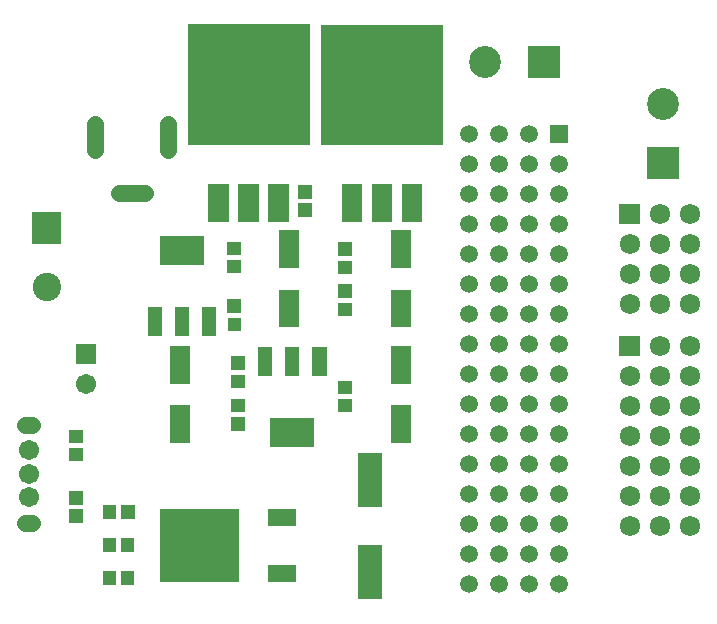
<source format=gts>
G04 Layer: TopSolderMaskLayer*
G04 EasyEDA v6.4.19.5, 2021-05-27T17:32:06+08:00*
G04 33a6c8c822a742f28e1fac3212fc467e,cef4b8211a074a3184fc3ad01c494734,10*
G04 Gerber Generator version 0.2*
G04 Scale: 100 percent, Rotated: No, Reflected: No *
G04 Dimensions in millimeters *
G04 leading zeros omitted , absolute positions ,4 integer and 5 decimal *
%FSLAX45Y45*%
%MOMM*%

%ADD44C,1.4031*%
%ADD53C,1.7232*%
%ADD55C,2.7032*%
%ADD57C,1.7032*%
%ADD59C,2.4032*%
%ADD60R,1.5032X1.5032*%
%ADD61C,1.5032*%

%LPD*%
D44*
X279941Y-1815084D02*
G01*
X219930Y-1815084D01*
X279941Y-985012D02*
G01*
X219930Y-985012D01*
X1430020Y1559836D02*
G01*
X1430020Y1339827D01*
X810005Y1559836D02*
G01*
X810005Y1339827D01*
X1010135Y979931D02*
G01*
X1230144Y979931D01*
G36*
X876554Y-1779778D02*
G01*
X876554Y-1661413D01*
X989837Y-1661413D01*
X989837Y-1779778D01*
G37*
G36*
X1030731Y-1779270D02*
G01*
X1030731Y-1660905D01*
X1144015Y-1660905D01*
X1144015Y-1779270D01*
G37*
G36*
X590295Y-1139952D02*
G01*
X590295Y-1026668D01*
X708660Y-1026668D01*
X708660Y-1139952D01*
G37*
G36*
X590804Y-1294129D02*
G01*
X590804Y-1180845D01*
X709168Y-1180845D01*
X709168Y-1294129D01*
G37*
G36*
X2531363Y776478D02*
G01*
X2531363Y889762D01*
X2649727Y889762D01*
X2649727Y776478D01*
G37*
G36*
X2530856Y930655D02*
G01*
X2530856Y1043939D01*
X2649220Y1043939D01*
X2649220Y930655D01*
G37*
G36*
X1926081Y296926D02*
G01*
X1926081Y410210D01*
X2044445Y410210D01*
X2044445Y296926D01*
G37*
G36*
X1925573Y451104D02*
G01*
X1925573Y564387D01*
X2043937Y564387D01*
X2043937Y451104D01*
G37*
G36*
X2364994Y339852D02*
G01*
X2364994Y660400D01*
X2535174Y660400D01*
X2535174Y339852D01*
G37*
G36*
X2364994Y-160528D02*
G01*
X2364994Y159765D01*
X2535174Y159765D01*
X2535174Y-160528D01*
G37*
G36*
X2866390Y291337D02*
G01*
X2866390Y404621D01*
X2984754Y404621D01*
X2984754Y291337D01*
G37*
G36*
X2865881Y445515D02*
G01*
X2865881Y558800D01*
X2984245Y558800D01*
X2984245Y445515D01*
G37*
G36*
X2866390Y-63754D02*
G01*
X2866390Y49529D01*
X2984754Y49529D01*
X2984754Y-63754D01*
G37*
G36*
X2865881Y90423D02*
G01*
X2865881Y203707D01*
X2984245Y203707D01*
X2984245Y90423D01*
G37*
G36*
X3314954Y340613D02*
G01*
X3314954Y661162D01*
X3485134Y661162D01*
X3485134Y340613D01*
G37*
G36*
X3314954Y-159765D02*
G01*
X3314954Y160528D01*
X3485134Y160528D01*
X3485134Y-159765D01*
G37*
G36*
X1931415Y-190245D02*
G01*
X1931415Y-76962D01*
X2049779Y-76962D01*
X2049779Y-190245D01*
G37*
G36*
X1930907Y-36068D02*
G01*
X1930907Y77215D01*
X2049271Y77215D01*
X2049271Y-36068D01*
G37*
G36*
X1030223Y-2338831D02*
G01*
X1030223Y-2220468D01*
X1143507Y-2220468D01*
X1143507Y-2338831D01*
G37*
G36*
X876045Y-2338831D02*
G01*
X876045Y-2220468D01*
X989329Y-2220468D01*
X989329Y-2338831D01*
G37*
G36*
X876300Y-2059431D02*
G01*
X876300Y-1941068D01*
X989584Y-1941068D01*
X989584Y-2059431D01*
G37*
G36*
X1030478Y-2059431D02*
G01*
X1030478Y-1941068D01*
X1143762Y-1941068D01*
X1143762Y-2059431D01*
G37*
G36*
X591312Y-1659889D02*
G01*
X591312Y-1546605D01*
X709676Y-1546605D01*
X709676Y-1659889D01*
G37*
G36*
X591312Y-1814068D02*
G01*
X591312Y-1700784D01*
X709676Y-1700784D01*
X709676Y-1814068D01*
G37*
G36*
X2270252Y-1841500D02*
G01*
X2270252Y-1701292D01*
X2510536Y-1701292D01*
X2510536Y-1841500D01*
G37*
G36*
X2270760Y-2313939D02*
G01*
X2270760Y-2173731D01*
X2511043Y-2173731D01*
X2511043Y-2313939D01*
G37*
G36*
X1355852Y-2317750D02*
G01*
X1355852Y-1697481D01*
X2026157Y-1697481D01*
X2026157Y-2317750D01*
G37*
G36*
X1359915Y369315D02*
G01*
X1359915Y609600D01*
X1730247Y609600D01*
X1730247Y369315D01*
G37*
G36*
X1484884Y-230631D02*
G01*
X1484884Y9652D01*
X1605279Y9652D01*
X1605279Y-230631D01*
G37*
G36*
X1715007Y-230631D02*
G01*
X1715007Y9652D01*
X1835150Y9652D01*
X1835150Y-230631D01*
G37*
G36*
X1255013Y-230631D02*
G01*
X1255013Y9652D01*
X1375155Y9652D01*
X1375155Y-230631D01*
G37*
G36*
X1960371Y-519429D02*
G01*
X1960371Y-406145D01*
X2078736Y-406145D01*
X2078736Y-519429D01*
G37*
G36*
X1960879Y-673607D02*
G01*
X1960879Y-560323D01*
X2079244Y-560323D01*
X2079244Y-673607D01*
G37*
G36*
X1445005Y-640079D02*
G01*
X1445005Y-319531D01*
X1615186Y-319531D01*
X1615186Y-640079D01*
G37*
G36*
X1445005Y-1140460D02*
G01*
X1445005Y-820165D01*
X1615186Y-820165D01*
X1615186Y-1140460D01*
G37*
G36*
X1961134Y-1033779D02*
G01*
X1961134Y-920495D01*
X2079497Y-920495D01*
X2079497Y-1033779D01*
G37*
G36*
X1960626Y-879602D02*
G01*
X1960626Y-766318D01*
X2078989Y-766318D01*
X2078989Y-879602D01*
G37*
G36*
X2294636Y-1170178D02*
G01*
X2294636Y-929894D01*
X2664968Y-929894D01*
X2664968Y-1170178D01*
G37*
G36*
X2419604Y-570229D02*
G01*
X2419604Y-329945D01*
X2540000Y-329945D01*
X2540000Y-570229D01*
G37*
G36*
X2189734Y-570229D02*
G01*
X2189734Y-329945D01*
X2309876Y-329945D01*
X2309876Y-570229D01*
G37*
G36*
X2649727Y-570229D02*
G01*
X2649727Y-329945D01*
X2769870Y-329945D01*
X2769870Y-570229D01*
G37*
G36*
X2865374Y-725170D02*
G01*
X2865374Y-611886D01*
X2983738Y-611886D01*
X2983738Y-725170D01*
G37*
G36*
X2865881Y-879347D02*
G01*
X2865881Y-766063D01*
X2984245Y-766063D01*
X2984245Y-879347D01*
G37*
G36*
X3315461Y-1140460D02*
G01*
X3315461Y-820165D01*
X3485641Y-820165D01*
X3485641Y-1140460D01*
G37*
G36*
X3315461Y-640079D02*
G01*
X3315461Y-319531D01*
X3485641Y-319531D01*
X3485641Y-640079D01*
G37*
G36*
X5249925Y-404113D02*
G01*
X5249925Y-231902D01*
X5422138Y-231902D01*
X5422138Y-404113D01*
G37*
D53*
G01*
X5590031Y-318007D03*
G01*
X5844031Y-318007D03*
G01*
X5336031Y-572007D03*
G01*
X5590031Y-572007D03*
G01*
X5844031Y-572007D03*
G01*
X5336031Y-826007D03*
G01*
X5590031Y-826007D03*
G01*
X5844031Y-826007D03*
G01*
X5336031Y-1080007D03*
G01*
X5590031Y-1080007D03*
G01*
X5844031Y-1080007D03*
G01*
X5336031Y-1334007D03*
G01*
X5590031Y-1334007D03*
G01*
X5844031Y-1334007D03*
G01*
X5336031Y-1588007D03*
G01*
X5590031Y-1588007D03*
G01*
X5844031Y-1588007D03*
G01*
X5336031Y-1842007D03*
G01*
X5590031Y-1842007D03*
G01*
X5844031Y-1842007D03*
G36*
X5249925Y714755D02*
G01*
X5249925Y886968D01*
X5422138Y886968D01*
X5422138Y714755D01*
G37*
G01*
X5590031Y800862D03*
G01*
X5844031Y800862D03*
G01*
X5336031Y546862D03*
G01*
X5590031Y546862D03*
G01*
X5844031Y546862D03*
G01*
X5336031Y292862D03*
G01*
X5590031Y292862D03*
G01*
X5844031Y292862D03*
G01*
X5336031Y38862D03*
G01*
X5590031Y38862D03*
G01*
X5844031Y38862D03*
G36*
X4474718Y1954784D02*
G01*
X4474718Y2225039D01*
X4744974Y2225039D01*
X4744974Y1954784D01*
G37*
D55*
G01*
X4109974Y2089912D03*
G36*
X5484875Y1094994D02*
G01*
X5484875Y1365250D01*
X5755131Y1365250D01*
X5755131Y1094994D01*
G37*
G01*
X5620004Y1729994D03*
G36*
X644905Y-468121D02*
G01*
X644905Y-297942D01*
X815086Y-297942D01*
X815086Y-468121D01*
G37*
D57*
G01*
X729995Y-637031D03*
G36*
X279907Y544576D02*
G01*
X279907Y814831D01*
X520192Y814831D01*
X520192Y544576D01*
G37*
D59*
G01*
X400050Y179831D03*
D60*
G01*
X4740909Y1474978D03*
D61*
G01*
X4486909Y1474978D03*
G01*
X4232909Y1474978D03*
G01*
X3978909Y1474978D03*
G01*
X4740909Y1220978D03*
G01*
X4486909Y1220978D03*
G01*
X4232909Y1220978D03*
G01*
X3978909Y1220978D03*
G01*
X4740909Y966978D03*
G01*
X4486909Y966978D03*
G01*
X4232909Y966978D03*
G01*
X3978909Y966978D03*
G01*
X4740909Y712978D03*
G01*
X4486909Y712978D03*
G01*
X4232909Y712978D03*
G01*
X3978909Y712978D03*
G01*
X4740909Y458978D03*
G01*
X4486909Y458978D03*
G01*
X4232909Y458978D03*
G01*
X3978909Y458978D03*
G01*
X4232909Y-811021D03*
G01*
X4486909Y-811021D03*
G01*
X4740909Y-811021D03*
G01*
X3978909Y-557021D03*
G01*
X4232909Y-557021D03*
G01*
X4486909Y-557021D03*
G01*
X4740909Y-557021D03*
G01*
X3978909Y-303021D03*
G01*
X4232909Y-303021D03*
G01*
X4486909Y-303021D03*
G01*
X4740909Y-303021D03*
G01*
X3978909Y-49021D03*
G01*
X4232909Y-49021D03*
G01*
X4486909Y-49021D03*
G01*
X4740909Y-49021D03*
G01*
X3978909Y204978D03*
G01*
X4232909Y204978D03*
G01*
X4486909Y204978D03*
G01*
X4740909Y204978D03*
G01*
X3978909Y-811021D03*
G01*
X4740909Y-1065021D03*
G01*
X4486909Y-1065021D03*
G01*
X4232909Y-1065021D03*
G01*
X3978909Y-1065021D03*
G01*
X4740909Y-1319021D03*
G01*
X4486909Y-1319021D03*
G01*
X4232909Y-1319021D03*
G01*
X3978909Y-1319021D03*
G01*
X4740909Y-1573021D03*
G01*
X4486909Y-1573021D03*
G01*
X4232909Y-1573021D03*
G01*
X3978909Y-1573021D03*
G01*
X4740909Y-1827021D03*
G01*
X4486909Y-1827021D03*
G01*
X4232909Y-1827021D03*
G01*
X3978909Y-1827021D03*
G01*
X4740909Y-2081021D03*
G01*
X4486909Y-2081021D03*
G01*
X4232909Y-2081021D03*
G01*
X3978909Y-2081021D03*
G01*
X4740909Y-2335021D03*
G01*
X4486909Y-2335021D03*
G01*
X4232909Y-2335021D03*
G01*
X3978909Y-2335021D03*
D57*
G01*
X249936Y-1200150D03*
G01*
X249936Y-1400047D03*
G01*
X249936Y-1599945D03*
G36*
X3040125Y-1679955D02*
G01*
X3040125Y-1219707D01*
X3240277Y-1219707D01*
X3240277Y-1679955D01*
G37*
G36*
X3040125Y-2460244D02*
G01*
X3040125Y-1999995D01*
X3240277Y-1999995D01*
X3240277Y-2460244D01*
G37*
G36*
X1593850Y1382776D02*
G01*
X1593850Y2405126D01*
X2626359Y2405126D01*
X2626359Y1382776D01*
G37*
G36*
X2278379Y732536D02*
G01*
X2278379Y1053845D01*
X2449829Y1053845D01*
X2449829Y732536D01*
G37*
G36*
X1770379Y732536D02*
G01*
X1770379Y1053845D01*
X1941829Y1053845D01*
X1941829Y732536D01*
G37*
G36*
X2024379Y732536D02*
G01*
X2024379Y1053845D01*
X2195829Y1053845D01*
X2195829Y732536D01*
G37*
G36*
X2723895Y1381760D02*
G01*
X2723895Y2404110D01*
X3756152Y2404110D01*
X3756152Y1381760D01*
G37*
G36*
X3408425Y731520D02*
G01*
X3408425Y1052829D01*
X3579875Y1052829D01*
X3579875Y731520D01*
G37*
G36*
X2900425Y731520D02*
G01*
X2900425Y1052829D01*
X3071875Y1052829D01*
X3071875Y731520D01*
G37*
G36*
X3154425Y731520D02*
G01*
X3154425Y1052829D01*
X3325875Y1052829D01*
X3325875Y731520D01*
G37*
M02*

</source>
